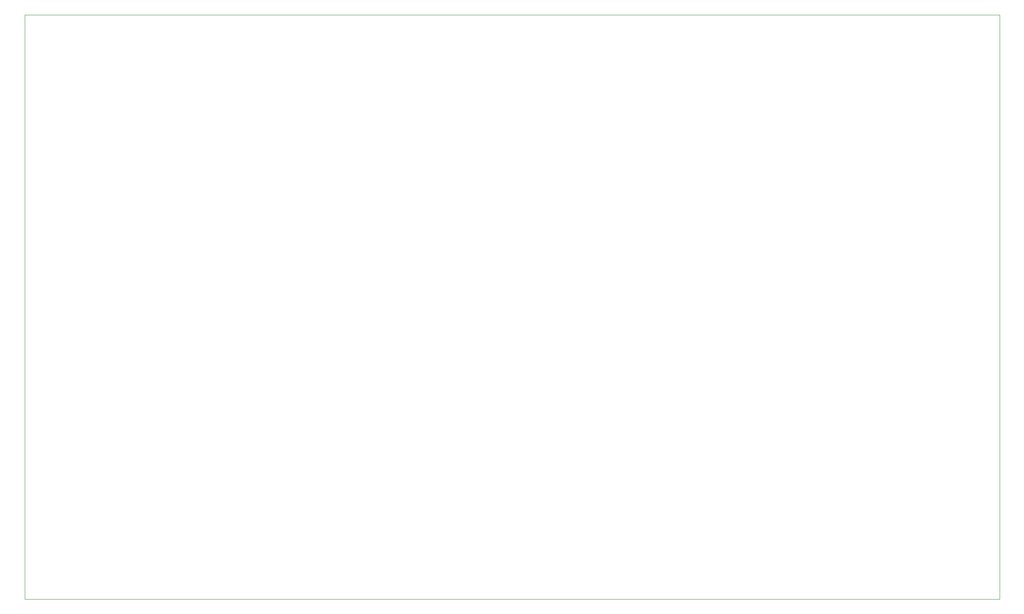
<source format=gm1>
%TF.GenerationSoftware,KiCad,Pcbnew,9.0.7*%
%TF.CreationDate,2026-01-18T22:31:57-08:00*%
%TF.ProjectId,softstart,736f6674-7374-4617-9274-2e6b69636164,B*%
%TF.SameCoordinates,Original*%
%TF.FileFunction,Profile,NP*%
%FSLAX46Y46*%
G04 Gerber Fmt 4.6, Leading zero omitted, Abs format (unit mm)*
G04 Created by KiCad (PCBNEW 9.0.7) date 2026-01-18 22:31:57*
%MOMM*%
%LPD*%
G01*
G04 APERTURE LIST*
%TA.AperFunction,Profile*%
%ADD10C,0.100000*%
%TD*%
G04 APERTURE END LIST*
D10*
X48500000Y-45000000D02*
X248500000Y-45000000D01*
X248500000Y-165000000D01*
X48500000Y-165000000D01*
X48500000Y-45000000D01*
M02*

</source>
